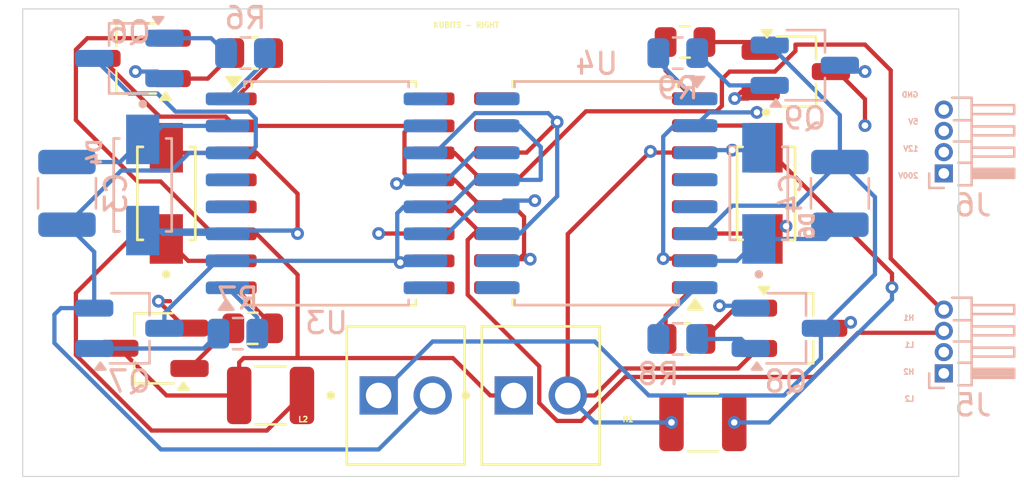
<source format=kicad_pcb>
(kicad_pcb (version 20240108) (generator "pcbnew") (generator_version "8.0")
  (layers (0 "F.Cu" signal) (1 "In1.Cu" power "power.Cu") (2 "In2.Cu" power "ground.Cu") (31 "B.Cu" signal) (34 "B.Paste" user) (35 "F.Paste" user) (36 "B.SilkS" user "B.Silkscreen") (37 "F.SilkS" user "F.Silkscreen") (38 "B.Mask" user) (39 "F.Mask" user) (44 "Edge.Cuts" user))
  (net 0 "")
  (net 1 "hout1")
  (net 2 "lout1")
  (net 3 "VB1")
  (net 4 "V2_12")
  (net 5 "flyout")
  (net 6 "hout2")
  (net 7 "V3_5")
  (net 8 "lout2")
  (net 9 "Net-(Q5-G)")
  (net 10 "Net-(Q2-G)")
  (net 11 "Net-(Q3-G)")
  (net 12 "Net-(Q4-G)")
  (net 13 "Net-(Q6-G)")
  (net 14 "Net-(Q7-G)")
  (net 15 "Net-(Q8-G)")
  (net 16 "Net-(U1-HO)")
  (net 17 "Net-(U1-LO)")
  (net 18 "Net-(U3-HO)")
  (net 19 "Net-(U3-LO)")
  (net 20 "Net-(U2-HO)")
  (net 21 "Net-(U2-LO)")
  (net 24 "Net-(Q9-G)")
  (net 25 "Net-(U4-HO)")
  (net 26 "Net-(U4-LO)")
  (net 45 "VB2")
  (net 46 "/coil_1_bridge/VLIN1")
  (net 47 "/coil_1_bridge/VHIN1")
  (net 48 "/coil_2_bridge/VLIN2")
  (net 49 "/coil_2_bridge/VHIN2")
  (net 50 "GND")
  (net 51 "VB3")
  (net 52 "VB4")
  (footprint "Capacitor_SMD:C_1210_3225Metric" (layer "F.Cu") (at 158.78 79.07)
    (property "Reference" "C1" (hide yes))
    (property "Value" "10u")
    (pad "1" smd roundrect (at -1.475 0) (size 1.15 2.7) (layers "F.Cu" "F.Paste" "F.Mask") (roundrect_rratio 0.217391) (net 1 "hout1"))
    (pad "2" smd roundrect (at 1.475 0) (size 1.15 2.7) (layers "F.Cu" "F.Paste" "F.Mask") (roundrect_rratio 0.217391) (net 3 "VB1"))
  )
  (footprint "footprints:DIOM5227X250N" (layer "F.Cu") (at 161.75 68.29 -90)
    (property "Reference" "D1" (hide yes))
    (property "Value" "ES1J")
    (pad "1" smd rect (at -2.145 0 270) (size 2.33 1.56) (layers "F.Cu" "F.Paste" "F.Mask") (net 3 "VB1"))
    (pad "2" smd rect (at 2.145 0 270) (size 2.33 1.56) (layers "F.Cu" "F.Paste" "F.Mask") (net 4 "V2_12"))
  )
  (footprint "Resistor_SMD:R_0805_2012Metric" (layer "F.Cu") (at 157.94 75.14)
    (property "Reference" "R3" (hide yes))
    (property "Value" "10")
    (pad "1" smd roundrect (at -0.9125 0) (size 1.025 1.4) (layers "F.Cu" "F.Paste" "F.Mask") (roundrect_rratio 0.243902) (net 17 "Net-(U1-LO)"))
    (pad "2" smd roundrect (at 0.9125 0) (size 1.025 1.4) (layers "F.Cu" "F.Paste" "F.Mask") (roundrect_rratio 0.243902) (net 11 "Net-(Q3-G)"))
  )
  (footprint "TE_282834-2:TE_282834-2" (layer "F.Cu") (at 151.16 77.8)
    (property "Reference" "J1" (hide yes))
    (property "Value" "282834-2" (hide yes))
    (pad "1" thru_hole rect (at -1.27 0) (size 1.8 1.8) (drill 1.2) (layers "*.Cu" "*.Mask") (net 2 "lout1"))
    (pad "2" thru_hole circle (at 1.27 0) (size 1.8 1.8) (drill 1.2) (layers "*.Cu" "*.Mask") (net 1 "hout1"))
  )
  (footprint "TE_282834-2:TE_282834-2" (layer "F.Cu") (at 144.81 77.8)
    (property "Reference" "J3" (hide yes))
    (property "Value" "282834-2" (hide yes))
    (pad "1" thru_hole rect (at -1.27 0) (size 1.8 1.8) (drill 1.2) (layers "*.Cu" "*.Mask") (net 8 "lout2"))
    (pad "2" thru_hole circle (at 1.27 0) (size 1.8 1.8) (drill 1.2) (layers "*.Cu" "*.Mask") (net 6 "hout2"))
  )
  (footprint "Resistor_SMD:R_0805_2012Metric" (layer "F.Cu") (at 157.94 61.17)
    (property "Reference" "R2" (hide yes))
    (property "Value" "10")
    (pad "1" smd roundrect (at -0.9125 0) (size 1.025 1.4) (layers "F.Cu" "F.Paste" "F.Mask") (roundrect_rratio 0.243902) (net 16 "Net-(U1-HO)"))
    (pad "2" smd roundrect (at 0.9125 0) (size 1.025 1.4) (layers "F.Cu" "F.Paste" "F.Mask") (roundrect_rratio 0.243902) (net 10 "Net-(Q2-G)"))
  )
  (footprint "Package_TO_SOT_SMD:SC-59_Handsoldering" (layer "F.Cu") (at 133 75.58 180)
    (property "Reference" "Q4" (hide yes))
    (property "Value" "IRFP4668PbF")
    (pad "1" smd roundrect (at -1.65 -0.95 180) (size 1.8 0.8) (layers "F.Cu" "F.Paste" "F.Mask") (net 12 "Net-(Q4-G)"))
    (pad "2" smd roundrect (at -1.65 0.95 180) (size 1.8 0.8) (layers "F.Cu" "F.Paste" "F.Mask") (net 5 "flyout"))
    (pad "3" smd roundrect (at 1.65 0 180) (size 1.8 0.8) (layers "F.Cu" "F.Paste" "F.Mask") (net 2 "lout1"))
  )
  (footprint "Package_TO_SOT_SMD:SC-59_Handsoldering" (layer "F.Cu") (at 132.16 61.94 180)
    (property "Reference" "Q5" (hide yes))
    (property "Value" "IRFP4668PbF" (hide yes))
    (pad "1" smd roundrect (at -1.65 -0.95 180) (size 1.8 0.8) (layers "F.Cu" "F.Paste" "F.Mask") (net 9 "Net-(Q5-G)"))
    (pad "2" smd roundrect (at -1.65 0.95 180) (size 1.8 0.8) (layers "F.Cu" "F.Paste" "F.Mask") (net 2 "lout1"))
    (pad "3" smd roundrect (at 1.65 0 180) (size 1.8 0.8) (layers "F.Cu" "F.Paste" "F.Mask") (net 50 "GND"))
  )
  (footprint "Package_SO:SOIC-16W_7.5x10.3mm_P1.27mm" (layer "F.Cu") (at 141.43 68.29)
    (property "Reference" "U2" (hide yes))
    (property "Value" "IR2113S")
    (pad "1" smd roundrect (at -4.65 -4.445) (size 2.05 0.6) (layers "F.Cu" "F.Paste" "F.Mask") (net 21 "Net-(U2-LO)"))
    (pad "2" smd roundrect (at -4.65 -3.175) (size 2.05 0.6) (layers "F.Cu" "F.Paste" "F.Mask") (net 50 "GND"))
    (pad "3" smd roundrect (at -4.65 -1.905) (size 2.05 0.6) (layers "F.Cu" "F.Paste" "F.Mask") (net 4 "V2_12"))
    (pad "4" smd roundrect (at -4.65 -0.635) (size 2.05 0.6) (layers "F.Cu" "F.Paste" "F.Mask"))
    (pad "5" smd roundrect (at -4.65 0.635) (size 2.05 0.6) (layers "F.Cu" "F.Paste" "F.Mask"))
    (pad "6" smd roundrect (at -4.65 1.905) (size 2.05 0.6) (layers "F.Cu" "F.Paste" "F.Mask") (net 2 "lout1"))
    (pad "7" smd roundrect (at -4.65 3.175) (size 2.05 0.6) (layers "F.Cu" "F.Paste" "F.Mask") (net 45 "VB2"))
    (pad "8" smd roundrect (at -4.65 4.445) (size 2.05 0.6) (layers "F.Cu" "F.Paste" "F.Mask") (net 20 "Net-(U2-HO)"))
    (pad "9" smd roundrect (at 4.65 4.445) (size 2.05 0.6) (layers "F.Cu" "F.Paste" "F.Mask"))
    (pad "10" smd roundrect (at 4.65 3.175) (size 2.05 0.6) (layers "F.Cu" "F.Paste" "F.Mask"))
    (pad "11" smd roundrect (at 4.65 1.905) (size 2.05 0.6) (layers "F.Cu" "F.Paste" "F.Mask") (net 7 "V3_5"))
    (pad "12" smd roundrect (at 4.65 0.635) (size 2.05 0.6) (layers "F.Cu" "F.Paste" "F.Mask") (net 46 "/coil_1_bridge/VLIN1"))
    (pad "13" smd roundrect (at 4.65 -0.635) (size 2.05 0.6) (layers "F.Cu" "F.Paste" "F.Mask") (net 50 "GND"))
    (pad "14" smd roundrect (at 4.65 -1.905) (size 2.05 0.6) (layers "F.Cu" "F.Paste" "F.Mask") (net 47 "/coil_1_bridge/VHIN1"))
    (pad "15" smd roundrect (at 4.65 -3.175) (size 2.05 0.6) (layers "F.Cu" "F.Paste" "F.Mask") (net 50 "GND"))
    (pad "16" smd roundrect (at 4.65 -4.445) (size 2.05 0.6) (layers "F.Cu" "F.Paste" "F.Mask"))
  )
  (footprint "Package_TO_SOT_SMD:SC-59_Handsoldering" (layer "F.Cu") (at 163.02 74.64)
    (property "Reference" "Q3" (hide yes))
    (property "Value" "IRFP4668PbF")
    (pad "1" smd roundrect (at -1.65 -0.95) (size 1.8 0.8) (layers "F.Cu" "F.Paste" "F.Mask") (net 11 "Net-(Q3-G)"))
    (pad "2" smd roundrect (at -1.65 0.95) (size 1.8 0.8) (layers "F.Cu" "F.Paste" "F.Mask") (net 1 "hout1"))
    (pad "3" smd roundrect (at 1.65 0) (size 1.8 0.8) (layers "F.Cu" "F.Paste" "F.Mask") (net 50 "GND"))
  )
  (footprint "Capacitor_SMD:C_1210_3225Metric" (layer "F.Cu") (at 138.46 77.8)
    (property "Reference" "C2" (hide yes))
    (property "Value" "10u")
    (pad "1" smd roundrect (at -1.475 0) (size 1.15 2.7) (layers "F.Cu" "F.Paste" "F.Mask") (roundrect_rratio 0.217391) (net 2 "lout1"))
    (pad "2" smd roundrect (at 1.475 0) (size 1.15 2.7) (layers "F.Cu" "F.Paste" "F.Mask") (roundrect_rratio 0.217391) (net 45 "VB2"))
  )
  (footprint "Resistor_SMD:R_0805_2012Metric" (layer "F.Cu") (at 137.62 61.69 180)
    (property "Reference" "R5" (hide yes))
    (property "Value" "10")
    (pad "1" smd roundrect (at -0.9125 0 180) (size 1.025 1.4) (layers "F.Cu" "F.Paste" "F.Mask") (roundrect_rratio 0.243902) (net 21 "Net-(U2-LO)"))
    (pad "2" smd roundrect (at 0.9125 0 180) (size 1.025 1.4) (layers "F.Cu" "F.Paste" "F.Mask") (roundrect_rratio 0.243902) (net 9 "Net-(Q5-G)"))
  )
  (footprint "Package_TO_SOT_SMD:SC-59_Handsoldering" (layer "F.Cu") (at 163.15 62.56)
    (property "Reference" "Q2" (hide yes))
    (property "Value" "IRFP4668PbF" (hide yes))
    (pad "1" smd roundrect (at -1.65 -0.95) (size 1.8 0.8) (layers "F.Cu" "F.Paste" "F.Mask") (net 10 "Net-(Q2-G)"))
    (pad "2" smd roundrect (at -1.65 0.95) (size 1.8 0.8) (layers "F.Cu" "F.Paste" "F.Mask") (net 5 "flyout"))
    (pad "3" smd roundrect (at 1.65 0) (size 1.8 0.8) (layers "F.Cu" "F.Paste" "F.Mask") (net 1 "hout1"))
  )
  (footprint "footprints:DIOM5227X250N" (layer "F.Cu") (at 133.56 68.29 90)
    (property "Reference" "D2" (hide yes))
    (property "Value" "ES1J")
    (pad "1" smd rect (at -2.145 0 90) (size 2.33 1.56) (layers "F.Cu" "F.Paste" "F.Mask") (net 45 "VB2"))
    (pad "2" smd rect (at 2.145 0 90) (size 2.33 1.56) (layers "F.Cu" "F.Paste" "F.Mask") (net 4 "V2_12"))
  )
  (footprint "Resistor_SMD:R_0805_2012Metric" (layer "F.Cu") (at 137.62 74.64 180)
    (property "Reference" "R4" (hide yes))
    (property "Value" "10")
    (pad "1" smd roundrect (at -0.9125 0 180) (size 1.025 1.4) (layers "F.Cu" "F.Paste" "F.Mask") (roundrect_rratio 0.243902) (net 20 "Net-(U2-HO)"))
    (pad "2" smd roundrect (at 0.9125 0 180) (size 1.025 1.4) (layers "F.Cu" "F.Paste" "F.Mask") (roundrect_rratio 0.243902) (net 12 "Net-(Q4-G)"))
  )
  (footprint "Package_SO:SOIC-16W_7.5x10.3mm_P1.27mm" (layer "F.Cu") (at 153.7 68.275 180)
    (property "Reference" "U1" (hide yes))
    (property "Value" "IR2113S")
    (pad "1" smd roundrect (at -4.65 -4.445 180) (size 2.05 0.6) (layers "F.Cu" "F.Paste" "F.Mask") (net 17 "Net-(U1-LO)"))
    (pad "2" smd roundrect (at -4.65 -3.175 180) (size 2.05 0.6) (layers "F.Cu" "F.Paste" "F.Mask") (net 50 "GND"))
    (pad "3" smd roundrect (at -4.65 -1.905 180) (size 2.05 0.6) (layers "F.Cu" "F.Paste" "F.Mask") (net 4 "V2_12"))
    (pad "4" smd roundrect (at -4.65 -0.635 180) (size 2.05 0.6) (layers "F.Cu" "F.Paste" "F.Mask"))
    (pad "5" smd roundrect (at -4.65 0.635 180) (size 2.05 0.6) (layers "F.Cu" "F.Paste" "F.Mask"))
    (pad "6" smd roundrect (at -4.65 1.905 180) (size 2.05 0.6) (layers "F.Cu" "F.Paste" "F.Mask") (net 1 "hout1"))
    (pad "7" smd roundrect (at -4.65 3.175 180) (size 2.05 0.6) (layers "F.Cu" "F.Paste" "F.Mask") (net 3 "VB1"))
    (pad "8" smd roundrect (at -4.65 4.445 180) (size 2.05 0.6) (layers "F.Cu" "F.Paste" "F.Mask") (net 16 "Net-(U1-HO)"))
    (pad "9" smd roundrect (at 4.65 4.445 180) (size 2.05 0.6) (layers "F.Cu" "F.Paste" "F.Mask"))
    (pad "10" smd roundrect (at 4.65 3.175 180) (size 2.05 0.6) (layers "F.Cu" "F.Paste" "F.Mask"))
    (pad "11" smd roundrect (at 4.65 1.905 180) (size 2.05 0.6) (layers "F.Cu" "F.Paste" "F.Mask") (net 7 "V3_5"))
    (pad "12" smd roundrect (at 4.65 0.635 180) (size 2.05 0.6) (layers "F.Cu" "F.Paste" "F.Mask") (net 47 "/coil_1_bridge/VHIN1"))
    (pad "13" smd roundrect (at 4.65 -0.635 180) (size 2.05 0.6) (layers "F.Cu" "F.Paste" "F.Mask") (net 50 "GND"))
    (pad "14" smd roundrect (at 4.65 -1.905 180) (size 2.05 0.6) (layers "F.Cu" "F.Paste" "F.Mask") (net 46 "/coil_1_bridge/VLIN1"))
    (pad "15" smd roundrect (at 4.65 -3.175 180) (size 2.05 0.6) (layers "F.Cu" "F.Paste" "F.Mask") (net 50 "GND"))
    (pad "16" smd roundrect (at 4.65 -4.445 180) (size 2.05 0.6) (layers "F.Cu" "F.Paste" "F.Mask"))
  )
  (footprint "Package_TO_SOT_SMD:SC-59_Handsoldering" (layer "B.Cu") (at 163.57 62.26)
    (property "Reference" "Q9" (at 0 2.5 0) (layer "B.SilkS") (effects (justify mirror)))
    (property "Value" "IRFP4668PbF" (hide yes))
    (pad "1" smd roundrect (at -1.65 0.95) (size 1.8 0.8) (layers "B.Cu" "B.Paste" "B.Mask") (net 24 "Net-(Q9-G)"))
    (pad "2" smd roundrect (at -1.65 -0.95) (size 1.8 0.8) (layers "B.Cu" "B.Paste" "B.Mask") (net 8 "lout2"))
    (pad "3" smd roundrect (at 1.65 0) (size 1.8 0.8) (layers "B.Cu" "B.Paste" "B.Mask") (net 50 "GND"))
  )
  (footprint "Capacitor_SMD:C_1210_3225Metric" (layer "B.Cu") (at 128.89 68.29 90)
    (property "Reference" "C3" (at 0 2.3 90) (layer "B.SilkS") (effects (justify mirror)))
    (property "Value" "10u")
    (pad "1" smd roundrect (at -1.475 0 90) (size 1.15 2.7) (layers "B.Cu" "B.Paste" "B.Mask") (roundrect_rratio 0.217391) (net 6 "hout2"))
    (pad "2" smd roundrect (at 1.475 0 90) (size 1.15 2.7) (layers "B.Cu" "B.Paste" "B.Mask") (roundrect_rratio 0.217391) (net 51 "VB3"))
  )
  (footprint "Package_SO:SOIC-16W_7.5x10.3mm_P1.27mm" (layer "B.Cu") (at 141.09 68.29)
    (property "Reference" "U3" (at 0 6.1 0) (layer "B.SilkS") (effects (justify mirror)))
    (property "Value" "IR2113S")
    (pad "1" smd roundrect (at -4.65 4.445) (size 2.05 0.6) (layers "B.Cu" "B.Paste" "B.Mask") (net 19 "Net-(U3-LO)"))
    (pad "2" smd roundrect (at -4.65 3.175) (size 2.05 0.6) (layers "B.Cu" "B.Paste" "B.Mask") (net 50 "GND"))
    (pad "3" smd roundrect (at -4.65 1.905) (size 2.05 0.6) (layers "B.Cu" "B.Paste" "B.Mask") (net 4 "V2_12"))
    (pad "4" smd roundrect (at -4.65 0.635) (size 2.05 0.6) (layers "B.Cu" "B.Paste" "B.Mask"))
    (pad "5" smd roundrect (at -4.65 -0.635) (size 2.05 0.6) (layers "B.Cu" "B.Paste" "B.Mask"))
    (pad "6" smd roundrect (at -4.65 -1.905) (size 2.05 0.6) (layers "B.Cu" "B.Paste" "B.Mask") (net 6 "hout2"))
    (pad "7" smd roundrect (at -4.65 -3.175) (size 2.05 0.6) (layers "B.Cu" "B.Paste" "B.Mask") (net 51 "VB3"))
    (pad "8" smd roundrect (at -4.65 -4.445) (size 2.05 0.6) (layers "B.Cu" "B.Paste" "B.Mask") (net 18 "Net-(U3-HO)"))
    (pad "9" smd roundrect (at 4.65 -4.445) (size 2.05 0.6) (layers "B.Cu" "B.Paste" "B.Mask"))
    (pad "10" smd roundrect (at 4.65 -3.175) (size 2.05 0.6) (layers "B.Cu" "B.Paste" "B.Mask"))
    (pad "11" smd roundrect (at 4.65 -1.905) (size 2.05 0.6) (layers "B.Cu" "B.Paste" "B.Mask") (net 7 "V3_5"))
    (pad "12" smd roundrect (at 4.65 -0.635) (size 2.05 0.6) (layers "B.Cu" "B.Paste" "B.Mask") (net 49 "/coil_2_bridge/VHIN2"))
    (pad "13" smd roundrect (at 4.65 0.635) (size 2.05 0.6) (layers "B.Cu" "B.Paste" "B.Mask") (net 50 "GND"))
    (pad "14" smd roundrect (at 4.65 1.905) (size 2.05 0.6) (layers "B.Cu" "B.Paste" "B.Mask") (net 48 "/coil_2_bridge/VLIN2"))
    (pad "15" smd roundrect (at 4.65 3.175) (size 2.05 0.6) (layers "B.Cu" "B.Paste" "B.Mask") (net 50 "GND"))
    (pad "16" smd roundrect (at 4.65 4.445) (size 2.05 0.6) (layers "B.Cu" "B.Paste" "B.Mask"))
  )
  (footprint "Package_SO:SOIC-16W_7.5x10.3mm_P1.27mm" (layer "B.Cu") (at 153.79 68.29 180)
    (property "Reference" "U4" (at 0 6.1 0) (layer "B.SilkS") (effects (justify mirror)))
    (property "Value" "IR2113S")
    (pad "1" smd roundrect (at -4.65 4.445 180) (size 2.05 0.6) (layers "B.Cu" "B.Paste" "B.Mask") (net 26 "Net-(U4-LO)"))
    (pad "2" smd roundrect (at -4.65 3.175 180) (size 2.05 0.6) (layers "B.Cu" "B.Paste" "B.Mask") (net 50 "GND"))
    (pad "3" smd roundrect (at -4.65 1.905 180) (size 2.05 0.6) (layers "B.Cu" "B.Paste" "B.Mask") (net 4 "V2_12"))
    (pad "4" smd roundrect (at -4.65 0.635 180) (size 2.05 0.6) (layers "B.Cu" "B.Paste" "B.Mask"))
    (pad "5" smd roundrect (at -4.65 -0.635 180) (size 2.05 0.6) (layers "B.Cu" "B.Paste" "B.Mask"))
    (pad "6" smd roundrect (at -4.65 -1.905 180) (size 2.05 0.6) (layers "B.Cu" "B.Paste" "B.Mask") (net 8 "lout2"))
    (pad "7" smd roundrect (at -4.65 -3.175 180) (size 2.05 0.6) (layers "B.Cu" "B.Paste" "B.Mask") (net 52 "VB4"))
    (pad "8" smd roundrect (at -4.65 -4.445 180) (size 2.05 0.6) (layers "B.Cu" "B.Paste" "B.Mask") (net 25 "Net-(U4-HO)"))
    (pad "9" smd roundrect (at 4.65 -4.445 180) (size 2.05 0.6) (layers "B.Cu" "B.Paste" "B.Mask"))
    (pad "10" smd roundrect (at 4.65 -3.175 180) (size 2.05 0.6) (layers "B.Cu" "B.Paste" "B.Mask"))
    (pad "11" smd roundrect (at 4.65 -1.905 180) (size 2.05 0.6) (layers "B.Cu" "B.Paste" "B.Mask") (net 7 "V3_5"))
    (pad "12" smd roundrect (at 4.65 -0.635 180) (size 2.05 0.6) (layers "B.Cu" "B.Paste" "B.Mask") (net 48 "/coil_2_bridge/VLIN2"))
    (pad "13" smd roundrect (at 4.65 0.635 180) (size 2.05 0.6) (layers "B.Cu" "B.Paste" "B.Mask") (net 50 "GND"))
    (pad "14" smd roundrect (at 4.65 1.905 180) (size 2.05 0.6) (layers "B.Cu" "B.Paste" "B.Mask") (net 49 "/coil_2_bridge/VHIN2"))
    (pad "15" smd roundrect (at 4.65 3.175 180) (size 2.05 0.6) (layers "B.Cu" "B.Paste" "B.Mask") (net 50 "GND"))
    (pad "16" smd roundrect (at 4.65 4.445 180) (size 2.05 0.6) (layers "B.Cu" "B.Paste" "B.Mask"))
  )
  (footprint "Resistor_SMD:R_0805_2012Metric" (layer "B.Cu") (at 157.6 61.69)
    (property "Reference" "R9" (at 0 1.65 0) (layer "B.SilkS") (effects (justify mirror)))
    (property "Value" "10")
    (pad "1" smd roundrect (at -0.9125 0) (size 1.025 1.4) (layers "B.Cu" "B.Paste" "B.Mask") (roundrect_rratio 0.243902) (net 26 "Net-(U4-LO)"))
    (pad "2" smd roundrect (at 0.9125 0) (size 1.025 1.4) (layers "B.Cu" "B.Paste" "B.Mask") (roundrect_rratio 0.243902) (net 24 "Net-(Q9-G)"))
  )
  (footprint "Package_TO_SOT_SMD:SC-59_Handsoldering" (layer "B.Cu") (at 162.68 74.64)
    (property "Reference" "Q8" (at 0 2.5 0) (layer "B.SilkS") (effects (justify mirror)))
    (property "Value" "IRFP4668PbF" (hide yes))
    (pad "1" smd roundrect (at -1.65 0.95) (size 1.8 0.8) (layers "B.Cu" "B.Paste" "B.Mask") (net 15 "Net-(Q8-G)"))
    (pad "2" smd roundrect (at -1.65 -0.95) (size 1.8 0.8) (layers "B.Cu" "B.Paste" "B.Mask") (net 5 "flyout"))
    (pad "3" smd roundrect (at 1.65 0) (size 1.8 0.8) (layers "B.Cu" "B.Paste" "B.Mask") (net 8 "lout2"))
  )
  (footprint "Connector_PinHeader_1.00mm:PinHeader_1x04_P1.00mm_Horizontal" (layer "B.Cu") (at 170.105 67.35)
    (property "Reference" "J6" (at 1.375 1.5 360) (layer "B.SilkS") (effects (justify mirror)))
    (property "Value" "Conn_01x04_Pin" (hide yes))
    (pad "1" thru_hole rect (at 0 0) (size 0.85 0.85) (drill 0.5) (layers "*.Cu" "*.Mask") (net 5 "flyout"))
    (pad "2" thru_hole oval (at 0 -1) (size 0.85 0.85) (drill 0.5) (layers "*.Cu" "*.Mask") (net 4 "V2_12"))
    (pad "3" thru_hole oval (at 0 -2) (size 0.85 0.85) (drill 0.5) (layers "*.Cu" "*.Mask") (net 7 "V3_5"))
    (pad "4" thru_hole oval (at 0 -3) (size 0.85 0.85) (drill 0.5) (layers "*.Cu" "*.Mask") (net 50 "GND"))
  )
  (footprint "Resistor_SMD:R_0805_2012Metric" (layer "B.Cu") (at 136.9225 74.89 180)
    (property "Reference" "R7" (at 0 1.65 0) (layer "B.SilkS") (effects (justify mirror)))
    (property "Value" "10")
    (pad "1" smd roundrect (at -0.9125 0 180) (size 1.025 1.4) (layers "B.Cu" "B.Paste" "B.Mask") (roundrect_rratio 0.243902) (net 19 "Net-(U3-LO)"))
    (pad "2" smd roundrect (at 0.9125 0 180) (size 1.025 1.4) (layers "B.Cu" "B.Paste" "B.Mask") (roundrect_rratio 0.243902) (net 14 "Net-(Q7-G)"))
  )
  (footprint "Connector_PinHeader_1.00mm:PinHeader_1x04_P1.00mm_Horizontal" (layer "B.Cu") (at 170.105 76.76)
    (property "Reference" "J5" (at 1.375 1.5 360) (layer "B.SilkS") (effects (justify mirror)))
    (property "Value" "Conn_01x04_Pin" (hide yes))
    (pad "1" thru_hole rect (at 0 0) (size 0.85 0.85) (drill 0.5) (layers "*.Cu" "*.Mask") (net 48 "/coil_2_bridge/VLIN2"))
    (pad "2" thru_hole oval (at 0 -1) (size 0.85 0.85) (drill 0.5) (layers "*.Cu" "*.Mask") (net 49 "/coil_2_bridge/VHIN2"))
    (pad "3" thru_hole oval (at 0 -2) (size 0.85 0.85) (drill 0.5) (layers "*.Cu" "*.Mask") (net 46 "/coil_1_bridge/VLIN1"))
    (pad "4" thru_hole oval (at 0 -3) (size 0.85 0.85) (drill 0.5) (layers "*.Cu" "*.Mask") (net 47 "/coil_1_bridge/VHIN1"))
  )
  (footprint "Package_TO_SOT_SMD:SC-59_Handsoldering" (layer "B.Cu") (at 131.82 74.64)
    (property "Reference" "Q7" (at 0 2.5 0) (layer "B.SilkS") (effects (justify mirror)))
    (property "Value" "IRFP4668PbF")
    (pad "1" smd roundrect (at -1.65 0.95) (size 1.8 0.8) (layers "B.Cu" "B.Paste" "B.Mask") (net 14 "Net-(Q7-G)"))
    (pad "2" smd roundrect (at -1.65 -0.95) (size 1.8 0.8) (layers "B.Cu" "B.Paste" "B.Mask") (net 6 "hout2"))
    (pad "3" smd roundrect (at 1.65 0) (size 1.8 0.8) (layers "B.Cu" "B.Paste" "B.Mask") (net 50 "GND"))
  )
  (footprint "footprints:DIOM5227X250N" (layer "B.Cu") (at 161.41 68.29 90)
    (property "Reference" "D6" (at -1.528 2.2689 90) (layer "B.SilkS") (effects (font (size 0.64 0.64)) (justify mirror)))
    (property "Value" "ES1J")
    (pad "1" smd rect (at -2.145 0 90) (size 2.33 1.56) (layers "B.Cu" "B.Paste" "B.Mask") (net 52 "VB4"))
    (pad "2" smd rect (at 2.145 0 90) (size 2.33 1.56) (layers "B.Cu" "B.Paste" "B.Mask") (net 4 "V2_12"))
  )
  (footprint "Resistor_SMD:R_0805_2012Metric" (layer "B.Cu") (at 137.28 61.69 180)
    (property "Reference" "R6" (at 0 1.65 0) (layer "B.SilkS") (effects (justify mirror)))
    (property "Value" "10")
    (pad "1" smd roundrect (at -0.9125 0 180) (size 1.025 1.4) (layers "B.Cu" "B.Paste" "B.Mask") (roundrect_rratio 0.243902) (net 18 "Net-(U3-HO)"))
    (pad "2" smd roundrect (at 0.9125 0 180) (size 1.025 1.4) (layers "B.Cu" "B.Paste" "B.Mask") (roundrect_rratio 0.243902) (net 13 "Net-(Q6-G)"))
  )
  (footprint "Package_TO_SOT_SMD:SC-59_Handsoldering" (layer "B.Cu") (at 131.82 61.94 180)
    (property "Reference" "Q6" (at 0 1.23 0) (layer "B.SilkS") (effects (justify mirror)))
    (property "Value" "IRFP4668PbF")
    (pad "1" smd roundrect (at -1.65 0.95 180) (size 1.8 0.8) (layers "B.Cu" "B.Paste" "B.Mask") (net 13 "Net-(Q6-G)"))
    (pad "2" smd roundrect (at -1.65 -0.95 180) (size 1.8 0.8) (layers "B.Cu" "B.Paste" "B.Mask") (net 5 "flyout"))
    (pad "3" smd roundrect (at 1.65 0 180) (size 1.8 0.8) (layers "B.Cu" "B.Paste" "B.Mask") (net 6 "hout2"))
  )
  (footprint "footprints:DIOM5227X250N" (layer "B.Cu") (at 132.45 67.895 -90)
    (property "Reference" "D4" (at -1.528 2.2689 90) (layer "B.SilkS") (effects (font (size 0.64 0.64)) (justify mirror)))
    (property "Value" "ES1J")
    (pad "1" smd rect (at -2.145 0 270) (size 2.33 1.56) (layers "B.Cu" "B.Paste" "B.Mask") (net 51 "VB3"))
    (pad "2" smd rect (at 2.145 0 270) (size 2.33 1.56) (layers "B.Cu" "B.Paste" "B.Mask") (net 4 "V2_12"))
  )
  (footprint "Resistor_SMD:R_0805_2012Metric" (layer "B.Cu") (at 157.6 75.14)
    (property "Reference" "R8" (at -0.9125 1.65 0) (layer "B.SilkS") (effects (justify mirror)))
    (property "Value" "10" (hide yes))
    (pad "1" smd roundrect (at -0.9125 0) (size 1.025 1.4) (layers "B.Cu" "B.Paste" "B.Mask") (roundrect_rratio 0.243902) (net 25 "Net-(U4-HO)"))
    (pad "2" smd roundrect (at 0.9125 0) (size 1.025 1.4) (layers "B.Cu" "B.Paste" "B.Mask") (roundrect_rratio 0.243902) (net 15 "Net-(Q8-G)"))
  )
  (footprint "Capacitor_SMD:C_1210_3225Metric" (layer "B.Cu") (at 165.22 68.29 -90)
    (property "Reference" "C4" (at 0 2.3 90) (layer "B.SilkS") (effects (justify mirror)))
    (property "Value" "10u")
    (pad "1" smd roundrect (at -1.475 0 270) (size 1.15 2.7) (layers "B.Cu" "B.Paste" "B.Mask") (roundrect_rratio 0.217391) (net 8 "lout2"))
    (pad "2" smd roundrect (at 1.475 0 270) (size 1.15 2.7) (layers "B.Cu" "B.Paste" "B.Mask") (roundrect_rratio 0.217391) (net 52 "VB4"))
  )
  (gr_rect (start 126.808 59.61) (end 170.808 81.61) (stroke (width 0.05)) (fill none) (layer "Edge.Cuts"))
  (gr_text "L1" (at 168.750072 75.564 0) (layer "B.SilkS") (effects (font (size 0.25 0.25) (thickness 0.0625)) (justify left bottom mirror)))
  (gr_text "H1" (at 168.750072 74.294 0) (layer "B.SilkS") (effects (font (size 0.25 0.25) (thickness 0.0625)) (justify left bottom mirror)))
  (gr_text "L2" (at 168.750072 78.104 0) (layer "B.SilkS") (effects (font (size 0.25 0.25) (thickness 0.0625)) (justify left bottom mirror)))
  (gr_text "200V" (at 168.94 67.604 0) (layer "B.SilkS") (effects (font (size 0.25 0.25) (thickness 0.0625)) (justify left bottom mirror)))
  (gr_text "12V" (at 168.94 66.334 0) (layer "B.SilkS") (effects (font (size 0.25 0.25) (thickness 0.0625)) (justify left bottom mirror)))
  (gr_text "GND" (at 168.94 63.794 0) (layer "B.SilkS") (effects (font (size 0.25 0.25) (thickness 0.0625)) (justify left bottom mirror)))
  (gr_text "H2" (at 168.750072 76.834 0) (layer "B.SilkS") (effects (font (size 0.25 0.25) (thickness 0.0625)) (justify left bottom mirror)))
  (gr_text "5V" (at 168.94 65.064 0) (layer "B.SilkS") (effects (font (size 0.25 0.25) (thickness 0.0625)) (justify left bottom mirror)))
  (gr_text "L2\n" (at 139.73 79.07 0) (layer "F.SilkS") (effects (font (size 0.25 0.25) (thickness 0.0625)) (justify left bottom)))
  (gr_text "KUBITS - RIGHT" (at 146.08 60.52 0) (layer "F.SilkS") (effects (font (size 0.25 0.25) (thickness 0.0625)) (justify left bottom)))
  (gr_text "H1\n" (at 154.97 79.07 0) (layer "F.SilkS") (effects (font (size 0.25 0.25) (thickness 0.0625)) (justify left bottom)))
  (segment (start 156.368968 66.37) (end 156.315 66.316032) (width 0.2) (layer "F.Cu") (net 1))
  (segment (start 156.315 66.316032) (end 152.43 70.201032) (width 0.2) (layer "F.Cu") (net 1))
  (segment (start 166.4 63.86) (end 166.4 65.1) (width 0.2) (layer "F.Cu") (net 1))
  (segment (start 164.8 62.26) (end 166.4 63.86) (width 0.2) (layer "F.Cu") (net 1))
  (segment (start 158.35 66.37) (end 156.368968 66.37) (width 0.2) (layer "F.Cu") (net 1))
  (segment (start 153.7 77.8) (end 154.97 76.53) (width 0.2) (layer "F.Cu") (net 1))
  (segment (start 152.43 70.201032) (end 152.43 77.8) (width 0.2) (layer "F.Cu") (net 1))
  (segment (start 160.43 76.53) (end 161.37 75.59) (width 0.2) (layer "F.Cu") (net 1))
  (segment (start 154.97 76.53) (end 160.43 76.53) (width 0.2) (layer "F.Cu") (net 1))
  (segment (start 152.43 77.8) (end 153.7 77.8) (width 0.2) (layer "F.Cu") (net 1))
  (via (at 157.305 79.07) (size 0.6) (drill 0.3) (layers "F.Cu" "B.Cu") (net 1))
  (via (at 156.315 66.316032) (size 0.6) (drill 0.3) (layers "F.Cu" "B.Cu") (net 1))
  (via (at 157.305 79.07) (size 0.6) (drill 0.3) (layers "F.Cu" "B.Cu") (net 1))
  (via (at 166.4 65.1) (size 0.6) (drill 0.3) (layers "F.Cu" "B.Cu") (net 1))
  (via (at 166.4 65.1) (size 0.6) (drill 0.3) (layers "F.Cu" "B.Cu") (net 1))
  (segment (start 157.305 79.07) (end 153.7 79.07) (width 0.2) (layer "B.Cu") (net 1))
  (segment (start 153.7 79.07) (end 152.43 77.8) (width 0.2) (layer "B.Cu") (net 1))
  (segment (start 136.78 70.195) (end 137.804999 70.195) (width 0.2) (layer "F.Cu") (net 2))
  (segment (start 131.35 75.58) (end 133.57 77.8) (width 0.2) (layer "F.Cu") (net 2))
  (segment (start 132.2 67.73) (end 133.29 67.73) (width 0.2) (layer "F.Cu") (net 2))
  (segment (start 137.804999 70.195) (end 139.73 72.120001) (width 0.2) (layer "F.Cu") (net 2))
  (segment (start 139.73 72.120001) (end 139.73 76.04) (width 0.2) (layer "F.Cu") (net 2))
  (segment (start 129.31 64.84) (end 132.2 67.73) (width 0.2) (layer "F.Cu") (net 2))
  (segment (start 133.57 77.8) (end 136.985 77.8) (width 0.2) (layer "F.Cu") (net 2))
  (segment (start 139.73 76.04) (end 137.19 76.04) (width 0.2) (layer "F.Cu") (net 2))
  (segment (start 129.847352 60.99) (end 129.31 61.527352) (width 0.2) (layer "F.Cu") (net 2))
  (segment (start 135.755001 70.195) (end 133.29 67.73) (width 0.2) (layer "F.Cu") (net 2))
  (segment (start 147.03 76.04) (end 139.73 76.04) (width 0.2) (layer "F.Cu") (net 2))
  (segment (start 148.79 77.8) (end 147.03 76.04) (width 0.2) (layer "F.Cu") (net 2))
  (segment (start 136.78 70.195) (end 135.755001 70.195) (width 0.2) (layer "F.Cu") (net 2))
  (segment (start 149.89 77.8) (end 148.79 77.8) (width 0.2) (layer "F.Cu") (net 2))
  (segment (start 136.985 77.8) (end 136.985 76.245) (width 0.2) (layer "F.Cu") (net 2))
  (segment (start 129.31 61.527352) (end 129.31 64.84) (width 0.2) (layer "F.Cu") (net 2))
  (segment (start 136.985 76.245) (end 137.19 76.04) (width 0.2) (layer "F.Cu") (net 2))
  (segment (start 133.81 60.99) (end 129.847352 60.99) (width 0.2) (layer "F.Cu") (net 2))
  (segment (start 167.67 72.065) (end 167.67 72.72) (width 0.2) (layer "F.Cu") (net 3))
  (segment (start 161.75 66.145) (end 167.67 72.065) (width 0.2) (layer "F.Cu") (net 3))
  (segment (start 160.705 65.1) (end 158.35 65.1) (width 0.2) (layer "F.Cu") (net 3))
  (segment (start 161.75 66.145) (end 160.705 65.1) (width 0.2) (layer "F.Cu") (net 3))
  (via (at 167.67 72.72) (size 0.6) (drill 0.3) (layers "F.Cu" "B.Cu") (net 3))
  (via (at 160.255 79.07) (size 0.6) (drill 0.3) (layers "F.Cu" "B.Cu") (net 3))
  (segment (start 161.885686 79.07) (end 160.255 79.07) (width 0.2) (layer "B.Cu") (net 3))
  (segment (start 167.67 73.285686) (end 161.885686 79.07) (width 0.2) (layer "B.Cu") (net 3))
  (segment (start 167.67 72.72) (end 167.67 73.285686) (width 0.2) (layer "B.Cu") (net 3))
  (segment (start 139.73 68.310001) (end 137.804999 66.385) (width 0.2) (layer "F.Cu") (net 4))
  (segment (start 136.78 66.385) (end 133.8 66.385) (width 0.2) (layer "F.Cu") (net 4))
  (segment (start 162.690002 69.835) (end 162.35 69.835) (width 0.2) (layer "F.Cu") (net 4))
  (segment (start 158.35 70.18) (end 161.495 70.18) (width 0.2) (layer "F.Cu") (net 4))
  (segment (start 161.495 70.18) (end 161.75 70.435) (width 0.2) (layer "F.Cu") (net 4))
  (segment (start 139.73 70.18) (end 139.73 68.310001) (width 0.2) (layer "F.Cu") (net 4))
  (segment (start 162.35 69.835) (end 161.75 70.435) (width 0.2) (layer "F.Cu") (net 4))
  (segment (start 137.804999 66.385) (end 136.78 66.385) (width 0.2) (layer "F.Cu") (net 4))
  (segment (start 133.8 66.385) (end 133.56 66.145) (width 0.2) (layer "F.Cu") (net 4))
  (via (at 139.73 70.18) (size 0.6) (drill 0.3) (layers "F.Cu" "B.Cu") (net 4))
  (via (at 160.164265 66.255735) (size 0.6) (drill 0.3) (layers "F.Cu" "B.Cu") (net 4))
  (via (at 162.690002 69.835) (size 0.6) (drill 0.3) (layers "F.Cu" "B.Cu") (net 4))
  (segment (start 160.164265 66.255735) (end 158.569265 66.255735) (width 0.2) (layer "B.Cu") (net 4))
  (segment (start 160.164265 66.255735) (end 161.299265 66.255735) (width 0.2) (layer "B.Cu") (net 4))
  (segment (start 161.299265 66.255735) (end 161.41 66.145) (width 0.2) (layer "B.Cu") (net 4))
  (segment (start 133.395 70.195) (end 136.44 70.195) (width 0.2) (layer "B.Cu") (net 4))
  (segment (start 132.45 70.04) (end 133.24 70.04) (width 0.2) (layer "B.Cu") (net 4))
  (segment (start 139.59 70.04) (end 132.45 70.04) (width 0.2) (layer "B.Cu") (net 4))
  (segment (start 133.24 70.04) (end 133.395 70.195) (width 0.2) (layer "B.Cu") (net 4))
  (segment (start 139.73 70.18) (end 139.59 70.04) (width 0.2) (layer "B.Cu") (net 4))
  (segment (start 158.569265 66.255735) (end 158.44 66.385) (width 0.2) (layer "B.Cu") (net 4))
  (segment (start 134.65 74.63) (end 134.455392 74.63) (width 0.2) (layer "F.Cu") (net 5))
  (segment (start 160.88 63.83) (end 161.5 63.21) (width 0.2) (layer "F.Cu") (net 5))
  (segment (start 160.595 63.51) (end 160.275 63.83) (width 0.2) (layer "F.Cu") (net 5))
  (segment (start 134.455392 74.63) (end 133.188431 73.363039) (width 0.2) (layer "F.Cu") (net 5))
  (segment (start 161.5 63.51) (end 160.595 63.51) (width 0.2) (layer "F.Cu") (net 5))
  (segment (start 133.188431 73.363039) (end 133.733039 73.363039) (width 0.2) (layer "F.Cu") (net 5))
  (segment (start 160.275 63.83) (end 160.88 63.83) (width 0.2) (layer "F.Cu") (net 5))
  (via (at 132.11 62.56) (size 0.6) (drill 0.3) (layers "F.Cu" "B.Cu") (net 5))
  (via (at 133.188431 73.363039) (size 0.6) (drill 0.3) (layers "F.Cu" "B.Cu") (net 5))
  (via (at 159.564869 73.579101) (size 0.6) (drill 0.3) (layers "F.Cu" "B.Cu") (net 5))
  (via (at 160.275 63.83) (size 0.6) (drill 0.3) (layers "F.Cu" "B.Cu") (net 5))
  (segment (start 133.14 62.56) (end 133.47 62.89) (width 0.2) (layer "B.Cu") (net 5))
  (segment (start 132.11 62.56) (end 133.14 62.56) (width 0.2) (layer "B.Cu") (net 5))
  (segment (start 159.564869 73.579101) (end 160.919101 73.579101) (width 0.2) (layer "B.Cu") (net 5))
  (segment (start 160.919101 73.579101) (end 161.03 73.69) (width 0.2) (layer "B.Cu") (net 5))
  (segment (start 128.3 75.332648) (end 128.3 73.99) (width 0.2) (layer "B.Cu") (net 6))
  (segment (start 131.44 67.215) (end 133.805 67.215) (width 0.2) (layer "B.Cu") (net 6))
  (segment (start 128.89 69.765) (end 131.44 67.215) (width 0.2) (layer "B.Cu") (net 6))
  (segment (start 143.54 80.34) (end 133.307352 80.34) (width 0.2) (layer "B.Cu") (net 6))
  (segment (start 134.635 66.385) (end 136.44 66.385) (width 0.2) (layer "B.Cu") (net 6))
  (segment (start 128.6 73.69) (end 130.17 73.69) (width 0.2) (layer "B.Cu") (net 6))
  (segment (start 137.464999 66.385) (end 137.765 66.084999) (width 0.2) (layer "B.Cu") (net 6))
  (segment (start 146.08 77.8) (end 143.54 80.34) (width 0.2) (layer "B.Cu") (net 6))
  (segment (start 137.765 64.774448) (end 137.435552 64.445) (width 0.2) (layer "B.Cu") (net 6))
  (segment (start 133.995 64.445) (end 133.14 63.59) (width 0.2) (layer "B.Cu") (net 6))
  (segment (start 137.765 66.084999) (end 137.765 64.774448) (width 0.2) (layer "B.Cu") (net 6))
  (segment (start 131.82 63.59) (end 130.17 61.94) (width 0.2) (layer "B.Cu") (net 6))
  (segment (start 133.805 67.215) (end 134.635 66.385) (width 0.2) (layer "B.Cu") (net 6))
  (segment (start 133.307352 80.34) (end 128.3 75.332648) (width 0.2) (layer "B.Cu") (net 6))
  (segment (start 128.89 69.765) (end 130.17 71.045) (width 0.2) (layer "B.Cu") (net 6))
  (segment (start 133.14 63.59) (end 131.82 63.59) (width 0.2) (layer "B.Cu") (net 6))
  (segment (start 136.44 66.385) (end 137.464999 66.385) (width 0.2) (layer "B.Cu") (net 6))
  (segment (start 128.3 73.99) (end 128.6 73.69) (width 0.2) (layer "B.Cu") (net 6))
  (segment (start 137.435552 64.445) (end 133.995 64.445) (width 0.2) (layer "B.Cu") (net 6))
  (segment (start 130.17 71.045) (end 130.17 73.69) (width 0.2) (layer "B.Cu") (net 6))
  (segment (start 144.81 70.18) (end 144.825 70.195) (width 0.2) (layer "F.Cu") (net 7))
  (segment (start 144.825 70.195) (end 146.08 70.195) (width 0.2) (layer "F.Cu") (net 7))
  (segment (start 150.496468 66.37) (end 149.05 66.37) (width 0.2) (layer "F.Cu") (net 7))
  (segment (start 151.932352 64.934116) (end 150.496468 66.37) (width 0.2) (layer "F.Cu") (net 7))
  (segment (start 143.54 70.18) (end 144.81 70.18) (width 0.2) (layer "F.Cu") (net 7))
  (via (at 143.54 70.18) (size 0.6) (drill 0.3) (layers "F.Cu" "B.Cu") (net 7))
  (via (at 151.932352 64.934116) (size 0.6) (drill 0.3) (layers "F.Cu" "B.Cu") (net 7))
  (segment (start 146.204448 66.385) (end 148.074448 64.515) (width 0.2) (layer "B.Cu") (net 7))
  (segment (start 149.14 70.195) (end 150.164999 70.195) (width 0.2) (layer "B.Cu") (net 7))
  (segment (start 145.74 66.385) (end 146.204448 66.385) (width 0.2) (layer "B.Cu") (net 7))
  (segment (start 151.932352 68.427647) (end 151.932352 64.934116) (width 0.2) (layer "B.Cu") (net 7))
  (segment (start 151.513236 64.515) (end 151.932352 64.934116) (width 0.2) (layer "B.Cu") (net 7))
  (segment (start 150.164999 70.195) (end 151.932352 68.427647) (width 0.2) (layer "B.Cu") (net 7))
  (segment (start 148.074448 64.515) (end 151.513236 64.515) (width 0.2) (layer "B.Cu") (net 7))
  (segment (start 165.22 66.815) (end 165.22 64.61) (width 0.2) (layer "B.Cu") (net 8))
  (segment (start 156.24 77.8) (end 162.59 77.8) (width 0.2) (layer "B.Cu") (net 8))
  (segment (start 146.08 75.26) (end 153.7 75.26) (width 0.2) (layer "B.Cu") (net 8))
  (segment (start 165.22 64.61) (end 161.92 61.31) (width 0.2) (layer "B.Cu") (net 8))
  (segment (start 165.22 66.815) (end 163.165 68.87) (width 0.2) (layer "B.Cu") (net 8))
  (segment (start 164.33 74.64) (end 166.87 72.1) (width 0.2) (layer "B.Cu") (net 8))
  (segment (start 164.33 76.06) (end 164.33 74.64) (width 0.2) (layer "B.Cu") (net 8))
  (segment (start 166.87 72.1) (end 166.87 68.465) (width 0.2) (layer "B.Cu") (net 8))
  (segment (start 163.165 68.87) (end 160.160552 68.87) (width 0.2) (layer "B.Cu") (net 8))
  (segment (start 162.59 77.8) (end 164.33 76.06) (width 0.2) (layer "B.Cu") (net 8))
  (segment (start 153.7 75.26) (end 156.24 77.8) (width 0.2) (layer "B.Cu") (net 8))
  (segment (start 158.835552 70.195) (end 158.44 70.195) (width 0.2) (layer "B.Cu") (net 8))
  (segment (start 160.160552 68.87) (end 158.835552 70.195) (width 0.2) (layer "B.Cu") (net 8))
  (segment (start 166.87 68.465) (end 165.22 66.815) (width 0.2) (layer "B.Cu") (net 8))
  (segment (start 143.54 77.8) (end 146.08 75.26) (width 0.2) (layer "B.Cu") (net 8))
  (segment (start 133.81 62.89) (end 135.5075 62.89) (width 0.2) (layer "F.Cu") (net 9))
  (segment (start 135.5075 62.89) (end 136.7075 61.69) (width 0.2) (layer "F.Cu") (net 9))
  (segment (start 161.5 61.31) (end 161.36 61.17) (width 0.2) (layer "F.Cu") (net 10))
  (segment (start 161.5 61.61) (end 161.5 61.31) (width 0.2) (layer "F.Cu") (net 10))
  (segment (start 161.36 61.17) (end 158.8525 61.17) (width 0.2) (layer "F.Cu") (net 10))
  (segment (start 161.37 73.69) (end 160.3025 73.69) (width 0.2) (layer "F.Cu") (net 11))
  (segment (start 160.3025 73.69) (end 158.8525 75.14) (width 0.2) (layer "F.Cu") (net 11))
  (segment (start 136.54 74.64) (end 136.7075 74.64) (width 0.2) (layer "F.Cu") (net 12))
  (segment (start 134.65 76.53) (end 136.54 74.64) (width 0.2) (layer "F.Cu") (net 12))
  (segment (start 133.47 60.99) (end 135.6675 60.99) (width 0.2) (layer "B.Cu") (net 13))
  (segment (start 135.6675 60.99) (end 136.3675 61.69) (width 0.2) (layer "B.Cu") (net 13))
  (segment (start 135.31 75.59) (end 130.17 75.59) (width 0.2) (layer "B.Cu") (net 14))
  (segment (start 136.01 74.89) (end 135.31 75.59) (width 0.2) (layer "B.Cu") (net 14))
  (segment (start 158.5125 75.14) (end 160.58 75.14) (width 0.2) (layer "B.Cu") (net 15))
  (segment (start 160.58 75.14) (end 161.03 75.59) (width 0.2) (layer "B.Cu") (net 15))
  (segment (start 158.35 63.83) (end 157.0275 62.5075) (width 0.2) (layer "F.Cu") (net 16))
  (segment (start 157.0275 62.5075) (end 157.0275 61.17) (width 0.2) (layer "F.Cu") (net 16))
  (segment (start 157.0275 74.0425) (end 157.0275 75.14) (width 0.2) (layer "F.Cu") (net 17))
  (segment (start 158.35 72.72) (end 157.0275 74.0425) (width 0.2) (layer "F.Cu") (net 17))
  (segment (start 138.1925 61.69) (end 138.1925 62.0925) (width 0.2) (layer "B.Cu") (net 18))
  (segment (start 138.1925 62.0925) (end 136.44 63.845) (width 0.2) (layer "B.Cu") (net 18))
  (segment (start 137.835 74.13) (end 137.835 74.89) (width 0.2) (layer "B.Cu") (net 19))
  (segment (start 136.44 72.735) (end 137.835 74.13) (width 0.2) (layer "B.Cu") (net 19))
  (segment (start 138.5325 74.64) (end 138.5325 74.4875) (width 0.2) (layer "F.Cu") (net 20))
  (segment (start 138.5325 74.4875) (end 136.78 72.735) (width 0.2) (layer "F.Cu") (net 20))
  (segment (start 136.7075 72.8075) (end 136.78 72.735) (width 0.2) (layer "F.Cu") (net 20))
  (segment (start 138.5325 61.69) (end 138.5325 62.0925) (width 0.2) (layer "F.Cu") (net 21))
  (segment (start 138.5325 62.0925) (end 136.78 63.845) (width 0.2) (layer "F.Cu") (net 21))
  (segment (start 160.0325 63.21) (end 158.5125 61.69) (width 0.2) (layer "B.Cu") (net 24))
  (segment (start 161.92 63.21) (end 160.0325 63.21) (width 0.2) (layer "B.Cu") (net 24))
  (segment (start 156.6875 74.4875) (end 156.6875 75.14) (width 0.2) (layer "B.Cu") (net 25))
  (segment (start 158.44 72.735) (end 156.6875 74.4875) (width 0.2) (layer "B.Cu") (net 25))
  (segment (start 156.6875 61.69) (end 156.6875 62.0925) (width 0.2) (layer "B.Cu") (net 26))
  (segment (start 156.6875 62.0925) (end 158.44 63.845) (width 0.2) (layer "B.Cu") (net 26))
  (segment (start 129.31 75.892) (end 129.31 72.98) (width 0.2) (layer "F.Cu") (net 45))
  (segment (start 132.89 69.765) (end 133.56 70.435) (width 0.2) (layer "F.Cu") (net 45))
  (segment (start 138.285 79.45) (end 132.868 79.45) (width 0.2) (layer "F.Cu") (net 45))
  (segment (start 131.855 70.435) (end 133.56 70.435) (width 0.2) (layer "F.Cu") (net 45))
  (segment (start 134.59 71.465) (end 136.78 71.465) (width 0.2) (layer "F.Cu") (net 45))
  (segment (start 132.868 79.45) (end 129.31 75.892) (width 0.2) (layer "F.Cu") (net 45))
  (segment (start 129.31 72.98) (end 131.855 70.435) (width 0.2) (layer "F.Cu") (net 45))
  (segment (start 133.56 70.435) (end 134.59 71.465) (width 0.2) (layer "F.Cu") (net 45))
  (segment (start 139.935 77.8) (end 138.285 79.45) (width 0.2) (layer "F.Cu") (net 45))
  (segment (start 153.065686 79) (end 151.932943 79) (width 0.2) (layer "F.Cu") (net 46))
  (segment (start 148.025001 70.18) (end 149.05 70.18) (width 0.2) (layer "F.Cu") (net 46))
  (segment (start 147.725 70.480001) (end 148.025001 70.18) (width 0.2) (layer "F.Cu") (net 46))
  (segment (start 163.992648 76.93) (end 155.135686 76.93) (width 0.2) (layer "F.Cu") (net 46))
  (segment (start 166.072648 74.85) (end 163.992648 76.93) (width 0.2) (layer "F.Cu") (net 46))
  (segment (start 146.08 68.925) (end 147.104999 68.925) (width 0.2) (layer "F.Cu") (net 46))
  (segment (start 170.105 74.85) (end 166.072648 74.85) (width 0.2) (layer "F.Cu") (net 46))
  (segment (start 148.359999 70.18) (end 149.05 70.18) (width 0.2) (layer "F.Cu") (net 46))
  (segment (start 151.09 78.157057) (end 151.09 76.425552) (width 0.2) (layer "F.Cu") (net 46))
  (segment (start 155.135686 76.93) (end 153.065686 79) (width 0.2) (layer "F.Cu") (net 46))
  (segment (start 151.932943 79) (end 151.09 78.157057) (width 0.2) (layer "F.Cu") (net 46))
  (segment (start 147.725 73.060552) (end 147.725 70.480001) (width 0.2) (layer "F.Cu") (net 46))
  (segment (start 151.09 76.425552) (end 147.725 73.060552) (width 0.2) (layer "F.Cu") (net 46))
  (segment (start 147.104999 68.925) (end 148.359999 70.18) (width 0.2) (layer "F.Cu") (net 46))
  (segment (start 147.104999 66.385) (end 148.359999 67.64) (width 0.2) (layer "F.Cu") (net 47))
  (segment (start 159.415552 64.43) (end 153.284999 64.43) (width 0.2) (layer "F.Cu") (net 47))
  (segment (start 166.4 61.29) (end 163.132648 61.29) (width 0.2) (layer "F.Cu") (net 47))
  (segment (start 170.105 73.85) (end 167.61 71.355) (width 0.2) (layer "F.Cu") (net 47))
  (segment (start 162.162648 62.56) (end 160.037352 62.56) (width 0.2) (layer "F.Cu") (net 47))
  (segment (start 167.61 71.355) (end 167.61 62.5) (width 0.2) (layer "F.Cu") (net 47))
  (segment (start 150.074999 67.64) (end 149.05 67.64) (width 0.2) (layer "F.Cu") (net 47))
  (segment (start 153.284999 64.43) (end 150.074999 67.64) (width 0.2) (layer "F.Cu") (net 47))
  (segment (start 163.132648 61.29) (end 163.132648 61.59) (width 0.2) (layer "F.Cu") (net 47))
  (segment (start 146.08 66.385) (end 147.104999 66.385) (width 0.2) (layer "F.Cu") (net 47))
  (segment (start 159.675 64.170552) (end 159.415552 64.43) (width 0.2) (layer "F.Cu") (net 47))
  (segment (start 167.61 62.5) (end 166.4 61.29) (width 0.2) (layer "F.Cu") (net 47))
  (segment (start 163.132648 61.59) (end 162.162648 62.56) (width 0.2) (layer "F.Cu") (net 47))
  (segment (start 160.037352 62.56) (end 159.675 62.922352) (width 0.2) (layer "F.Cu") (net 47))
  (segment (start 159.675 62.922352) (end 159.675 64.170552) (width 0.2) (layer "F.Cu") (net 47))
  (segment (start 148.359999 67.64) (end 149.05 67.64) (width 0.2) (layer "F.Cu") (net 47))
  (via (at 150.880734 68.630736) (size 0.6) (drill 0.3) (layers "F.Cu" "B.Cu") (net 48))
  (segment (start 149.434264 68.630736) (end 149.14 68.925) (width 0.2) (layer "B.Cu") (net 48))
  (segment (start 148.034999 68.925) (end 149.14 68.925) (width 0.2) (layer "B.Cu") (net 48))
  (segment (start 145.74 70.195) (end 146.764999 70.195) (width 0.2) (layer "B.Cu") (net 48))
  (segment (start 146.764999 70.195) (end 148.034999 68.925) (width 0.2) (layer "B.Cu") (net 48))
  (segment (start 150.880734 68.630736) (end 149.434264 68.630736) (width 0.2) (layer "B.Cu") (net 48))
  (via (at 144.381925 67.830454) (size 0.6) (drill 0.3) (layers "F.Cu" "B.Cu") (net 49))
  (segment (start 145.74 67.655) (end 144.825 67.655) (width 0.2) (layer "B.Cu") (net 49))
  (segment (start 144.81 67.64) (end 144.619546 67.830454) (width 0.2) (layer "B.Cu") (net 49))
  (segment (start 148.034999 66.385) (end 149.14 66.385) (width 0.2) (layer "B.Cu") (net 49))
  (segment (start 144.825 67.655) (end 144.81 67.64) (width 0.2) (layer "B.Cu") (net 49))
  (segment (start 144.619546 67.830454) (end 144.381925 67.830454) (width 0.2) (layer "B.Cu") (net 49))
  (segment (start 146.764999 67.655) (end 148.034999 66.385) (width 0.2) (layer "B.Cu") (net 49))
  (segment (start 145.74 67.655) (end 146.764999 67.655) (width 0.2) (layer "B.Cu") (net 49))
  (segment (start 145.055001 67.655) (end 146.08 67.655) (width 0.2) (layer "F.Cu") (net 50))
  (segment (start 136.345 64.68) (end 136.78 65.115) (width 0.2) (layer "F.Cu") (net 50))
  (segment (start 164.949979 74.360021) (end 164.67 74.64) (width 0.2) (layer "F.Cu") (net 50))
  (segment (start 146.08 65.115) (end 145.055001 65.115) (width 0.2) (layer "F.Cu") (net 50))
  (segment (start 165.726352 74.360021) (end 164.949979 74.360021) (width 0.2) (layer "F.Cu") (net 50))
  (segment (start 156.915 71.360414) (end 158.260414 71.360414) (width 0.2) (layer "F.Cu") (net 50))
  (segment (start 145.055001 65.115) (end 144.755 65.415001) (width 0.2) (layer "F.Cu") (net 50))
  (segment (start 148.298124 68.848125) (end 147.104999 67.655) (width 0.2) (layer "F.Cu") (net 50))
  (segment (start 149.111875 71.388125) (end 149.05 71.45) (width 0.2) (layer "F.Cu") (net 50))
  (segment (start 147.104999 67.655) (end 146.08 67.655) (width 0.2) (layer "F.Cu") (net 50))
  (segment (start 149.89 68.91) (end 150.375 69.395) (width 0.2) (layer "F.Cu") (net 50))
  (segment (start 149.05 68.91) (end 149.89 68.91) (width 0.2) (layer "F.Cu") (net 50))
  (segment (start 150.375 69.395) (end 150.375 71.149999) (width 0.2) (layer "F.Cu") (net 50))
  (segment (start 144.755 65.415001) (end 144.755 67.354999) (width 0.2) (layer "F.Cu") (net 50))
  (segment (start 130.51 61.94) (end 133.25 64.68) (width 0.2) (layer "F.Cu") (net 50))
  (segment (start 146.08 65.115) (end 136.78 65.115) (width 0.2) (layer "F.Cu") (net 50))
  (segment (start 144.755 67.354999) (end 145.055001 67.655) (width 0.2) (layer "F.Cu") (net 50))
  (segment (start 150.074999 71.45) (end 149.05 71.45) (width 0.2) (layer "F.Cu") (net 50))
  (segment (start 133.25 64.68) (end 136.345 64.68) (width 0.2) (layer "F.Cu") (net 50))
  (segment (start 150.375 71.149999) (end 150.074999 71.45) (width 0.2) (layer "F.Cu") (net 50))
  (segment (start 158.260414 71.360414) (end 158.35 71.45) (width 0.2) (layer "F.Cu") (net 50))
  (segment (start 150.664999 71.388125) (end 149.111875 71.388125) (width 0.2) (layer "F.Cu") (net 50))
  (via (at 166.4 62.56) (size 0.6) (drill 0.3) (layers "F.Cu" "B.Cu") (net 50))
  (via (at 144.555001 71.545036) (size 0.6) (drill 0.3) (layers "F.Cu" "B.Cu") (net 50))
  (via (at 156.915 71.360414) (size 0.6) (drill 0.3) (layers "F.Cu" "B.Cu") (net 50))
  (via (at 165.726352 74.360021) (size 0.6) (drill 0.3) (layers "F.Cu" "B.Cu") (net 50))
  (via (at 166.4 62.56) (size 0.6) (drill 0.3) (layers "F.Cu" "B.Cu") (net 50))
  (via (at 161.32 64.479998) (size 0.6) (drill 0.3) (layers "F.Cu" "B.Cu") (net 50))
  (via (at 150.664999 71.388125) (size 0.6) (drill 0.3) (layers "F.Cu" "B.Cu") (net 50))
  (segment (start 144.635037 71.465) (end 144.555001 71.545036) (width 0.2) (layer "B.Cu") (net 50))
  (segment (start 149.14 65.115) (end 150.164999 65.115) (width 0.2) (layer "B.Cu") (net 50))
  (segment (start 144.715001 68.925) (end 144.415 69.225001) (width 0.2) (layer "B.Cu") (net 50))
  (segment (start 145.74 71.465) (end 144.635037 71.465) (width 0.2) (layer "B.Cu") (net 50))
  (segment (start 149.14 67.655) (end 148.115001 67.655) (width 0.2) (layer "B.Cu") (net 50))
  (segment (start 151.16 66.110001) (end 151.16 67.64) (width 0.2) (layer "B.Cu") (net 50))
  (segment (start 166.4 62.56) (end 165.52 62.56) (width 0.2) (layer "B.Cu") (net 50))
  (segment (start 161.32 64.479998) (end 159.075002 64.479998) (width 0.2) (layer "B.Cu") (net 50))
  (segment (start 144.415 71.405035) (end 144.555001 71.545036) (width 0.2) (layer "B.Cu") (net 50))
  (segment (start 144.415 69.225001) (end 144.415 71.405035) (width 0.2) (layer "B.Cu") (net 50))
  (segment (start 135.935 71.465) (end 133.47 73.93) (width 0.2) (layer "B.Cu") (net 50))
  (segment (start 150.164999 65.115) (end 151.16 66.110001) (width 0.2) (layer "B.Cu") (net 50))
  (segment (start 133.47 73.93) (end 133.47 74.64) (width 0.2) (layer "B.Cu") (net 50))
  (segment (start 158.44 65.115) (end 157.415001 65.115) (width 0.2) (layer "B.Cu") (net 50))
  (segment (start 144.474965 71.465) (end 136.44 71.465) (width 0.2) (layer "B.Cu") (net 50))
  (segment (start 148.115001 67.655) (end 146.845001 68.925) (width 0.2) (layer "B.Cu") (net 50))
  (segment (start 144.555001 71.545036) (end 144.474965 71.465) (width 0.2) (layer "B.Cu") (net 50))
  (segment (start 159.075002 64.479998) (end 158.44 65.115) (width 0.2) (layer "B.Cu") (net 50))
  (segment (start 151.16 67.64) (end 151.145 67.655) (width 0.2) (layer "B.Cu") (net 50))
  (segment (start 145.74 68.925) (end 144.715001 68.925) (width 0.2) (layer "B.Cu") (net 50))
  (segment (start 146.845001 68.925) (end 145.74 68.925) (width 0.2) (layer "B.Cu") (net 50))
  (segment (start 165.52 62.56) (end 165.22 62.26) (width 0.2) (layer "B.Cu") (net 50))
  (segment (start 151.145 67.655) (end 149.14 67.655) (width 0.2) (layer "B.Cu") (net 50))
  (segment (start 136.44 71.465) (end 135.935 71.465) (width 0.2) (layer "B.Cu") (net 50))
  (segment (start 157.415001 65.115) (end 156.915 65.615001) (width 0.2) (layer "B.Cu") (net 50))
  (segment (start 156.915 65.615001) (end 156.915 71.360414) (width 0.2) (layer "B.Cu") (net 50))
  (segment (start 133.365 65.115) (end 136.44 65.115) (width 0.2) (layer "B.Cu") (net 51))
  (segment (start 128.89 66.815) (end 131.385 66.815) (width 0.2) (layer "B.Cu") (net 51))
  (segment (start 131.385 66.815) (end 132.45 65.75) (width 0.2) (layer "B.Cu") (net 51))
  (segment (start 132.45 65.75) (end 132.73 65.75) (width 0.2) (layer "B.Cu") (net 51))
  (segment (start 132.73 65.75) (end 133.365 65.115) (width 0.2) (layer "B.Cu") (net 51))
  (segment (start 161.41 70.435) (end 164.55 70.435) (width 0.2) (layer "B.Cu") (net 52))
  (segment (start 160.38 71.465) (end 158.44 71.465) (width 0.2) (layer "B.Cu") (net 52))
  (segment (start 161.41 70.435) (end 160.38 71.465) (width 0.2) (layer "B.Cu") (net 52))
  (segment (start 164.55 70.435) (end 165.22 69.765) (width 0.2) (layer "B.Cu") (net 52))
)
</source>
